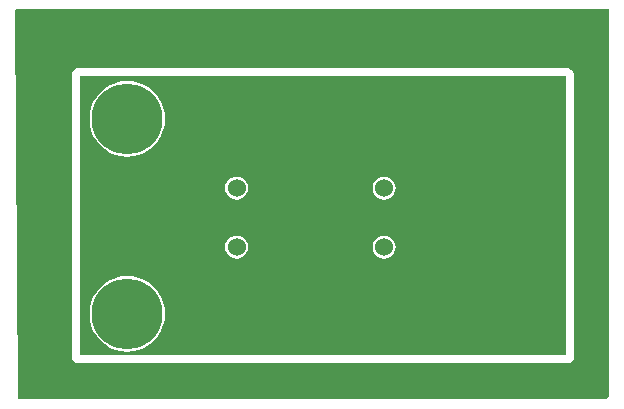
<source format=gbl>
%FSLAX23Y23*%
%MOIN*%
G70*
G01*
G75*
G04 Layer_Physical_Order=2*
G04 Layer_Color=16711680*
%ADD10R,0.118X0.059*%
%ADD11R,0.118X0.039*%
%ADD12R,0.024X0.020*%
%ADD13C,0.010*%
%ADD14C,0.060*%
%ADD15C,0.236*%
%ADD16C,0.039*%
G36*
X1775Y-125D02*
X1765Y-135D01*
X-195D01*
X-205Y1161D01*
X-201Y1165D01*
X1775D01*
Y-125D01*
D02*
G37*
%LPC*%
G36*
X1640Y968D02*
X0D01*
X-5Y967D01*
X-9Y964D01*
X-12Y960D01*
X-13Y955D01*
Y0D01*
X-12Y-5D01*
X-9Y-9D01*
X-5Y-12D01*
X0Y-13D01*
X1645D01*
X1650Y-12D01*
X1654Y-9D01*
X1657Y-5D01*
X1658Y-0D01*
X1658Y-0D01*
X1658Y0D01*
Y0D01*
Y950D01*
X1657Y955D01*
X1654Y959D01*
X1649Y964D01*
X1645Y967D01*
X1640Y968D01*
D02*
G37*
%LPD*%
G36*
X1632Y13D02*
X13D01*
Y942D01*
X1632D01*
Y13D01*
D02*
G37*
%LPC*%
G36*
X170Y276D02*
X150Y275D01*
X131Y270D01*
X113Y263D01*
X96Y252D01*
X81Y239D01*
X68Y224D01*
X57Y207D01*
X50Y189D01*
X45Y170D01*
X44Y150D01*
X45Y130D01*
X50Y111D01*
X57Y93D01*
X68Y76D01*
X81Y61D01*
X96Y48D01*
X113Y37D01*
X131Y30D01*
X150Y25D01*
X170Y24D01*
X190Y25D01*
X209Y30D01*
X227Y37D01*
X244Y48D01*
X259Y61D01*
X272Y76D01*
X283Y93D01*
X290Y111D01*
X295Y130D01*
X296Y150D01*
X295Y170D01*
X290Y189D01*
X283Y207D01*
X272Y224D01*
X259Y239D01*
X244Y252D01*
X227Y263D01*
X209Y270D01*
X190Y275D01*
X170Y276D01*
D02*
G37*
G36*
X534Y410D02*
X524Y408D01*
X515Y405D01*
X507Y399D01*
X501Y391D01*
X497Y381D01*
X496Y372D01*
X497Y362D01*
X501Y352D01*
X507Y345D01*
X515Y338D01*
X524Y335D01*
X534Y333D01*
X544Y335D01*
X553Y338D01*
X561Y345D01*
X567Y352D01*
X571Y362D01*
X572Y372D01*
X571Y381D01*
X567Y391D01*
X561Y399D01*
X553Y405D01*
X544Y408D01*
X534Y410D01*
D02*
G37*
G36*
X1026Y607D02*
X1016Y605D01*
X1007Y602D01*
X999Y595D01*
X993Y588D01*
X989Y578D01*
X988Y568D01*
X989Y559D01*
X993Y549D01*
X999Y541D01*
X1007Y535D01*
X1016Y532D01*
X1026Y530D01*
X1036Y532D01*
X1045Y535D01*
X1053Y541D01*
X1059Y549D01*
X1063Y559D01*
X1064Y568D01*
X1063Y578D01*
X1059Y588D01*
X1053Y595D01*
X1045Y602D01*
X1036Y605D01*
X1026Y607D01*
D02*
G37*
G36*
X170Y926D02*
X150Y925D01*
X131Y920D01*
X113Y913D01*
X96Y902D01*
X81Y889D01*
X68Y874D01*
X57Y857D01*
X50Y839D01*
X45Y820D01*
X44Y800D01*
X45Y780D01*
X50Y761D01*
X57Y743D01*
X68Y726D01*
X81Y711D01*
X96Y698D01*
X113Y687D01*
X131Y680D01*
X150Y675D01*
X170Y674D01*
X190Y675D01*
X209Y680D01*
X227Y687D01*
X244Y698D01*
X259Y711D01*
X272Y726D01*
X283Y743D01*
X290Y761D01*
X295Y780D01*
X296Y800D01*
X295Y820D01*
X290Y839D01*
X283Y857D01*
X272Y874D01*
X259Y889D01*
X244Y902D01*
X227Y913D01*
X209Y920D01*
X190Y925D01*
X170Y926D01*
D02*
G37*
G36*
X1026Y410D02*
X1016Y408D01*
X1007Y405D01*
X999Y399D01*
X993Y391D01*
X989Y381D01*
X988Y372D01*
X989Y362D01*
X993Y352D01*
X999Y345D01*
X1007Y338D01*
X1016Y335D01*
X1026Y333D01*
X1036Y335D01*
X1045Y338D01*
X1053Y345D01*
X1059Y352D01*
X1063Y362D01*
X1064Y372D01*
X1063Y381D01*
X1059Y391D01*
X1053Y399D01*
X1045Y405D01*
X1036Y408D01*
X1026Y410D01*
D02*
G37*
G36*
X534Y607D02*
X524Y605D01*
X515Y602D01*
X507Y595D01*
X501Y588D01*
X497Y578D01*
X496Y568D01*
X497Y559D01*
X501Y549D01*
X507Y541D01*
X515Y535D01*
X524Y532D01*
X534Y530D01*
X544Y532D01*
X553Y535D01*
X561Y541D01*
X567Y549D01*
X571Y559D01*
X572Y568D01*
X571Y578D01*
X567Y588D01*
X561Y595D01*
X553Y602D01*
X544Y605D01*
X534Y607D01*
D02*
G37*
%LPD*%
D14*
Y372D02*
D03*
X1026Y568D02*
D03*
Y372D02*
D03*
X534Y568D02*
D03*
D15*
X170Y800D02*
D03*
Y150D02*
D03*
D16*
X259Y800D02*
D03*
X233Y737D02*
D03*
X170Y711D02*
D03*
X107Y737D02*
D03*
X81Y800D02*
D03*
X170Y889D02*
D03*
X233Y863D02*
D03*
X107D02*
D03*
X259Y150D02*
D03*
X233Y87D02*
D03*
X170Y61D02*
D03*
X107Y87D02*
D03*
X81Y150D02*
D03*
X170Y239D02*
D03*
X233Y213D02*
D03*
X107D02*
D03*
M02*

</source>
